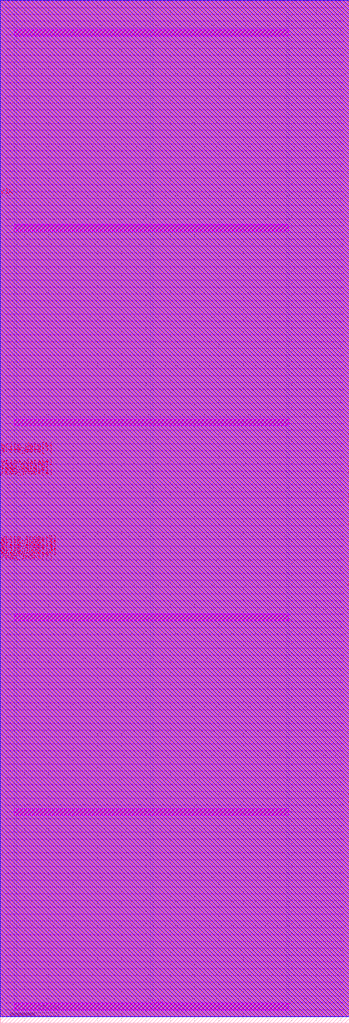
<source format=lef>
VERSION 5.8 ;
BUSBITCHARS "[]" ;
DIVIDERCHAR "/" ;
UNITS
    DATABASE MICRONS 2000 ;
END UNITS
MACRO SmallBuffer64
  FOREIGN SmallBuffer64 0 0 ;
  CLASS BLOCK ;
  SIZE 71.785 BY 210.085 ;
  PIN VSS
    USE GROUND ;
    DIRECTION INOUT ;
    PORT
      LAYER metal7 ;
        RECT  2.9 202.7 59.38 204.1 ;
        RECT  2.9 162.7 59.38 164.1 ;
        RECT  2.9 122.7 59.38 124.1 ;
        RECT  2.9 82.7 59.38 84.1 ;
        RECT  2.9 42.7 59.38 44.1 ;
        RECT  2.9 2.7 59.38 4.1 ;
      LAYER metal4 ;
        RECT  58.9 1.315 59.38 208.685 ;
        RECT  2.9 1.315 3.38 208.685 ;
      LAYER metal1 ;
        RECT  1.14 208.515 70.68 208.685 ;
        RECT  1.14 205.715 70.68 205.885 ;
        RECT  1.14 202.915 70.68 203.085 ;
        RECT  1.14 200.115 70.68 200.285 ;
        RECT  1.14 197.315 70.68 197.485 ;
        RECT  1.14 194.515 70.68 194.685 ;
        RECT  1.14 191.715 70.68 191.885 ;
        RECT  1.14 188.915 70.68 189.085 ;
        RECT  1.14 186.115 70.68 186.285 ;
        RECT  1.14 183.315 70.68 183.485 ;
        RECT  1.14 180.515 70.68 180.685 ;
        RECT  1.14 177.715 70.68 177.885 ;
        RECT  1.14 174.915 70.68 175.085 ;
        RECT  1.14 172.115 70.68 172.285 ;
        RECT  1.14 169.315 70.68 169.485 ;
        RECT  1.14 166.515 70.68 166.685 ;
        RECT  1.14 163.715 70.68 163.885 ;
        RECT  1.14 160.915 70.68 161.085 ;
        RECT  1.14 158.115 70.68 158.285 ;
        RECT  1.14 155.315 70.68 155.485 ;
        RECT  1.14 152.515 70.68 152.685 ;
        RECT  1.14 149.715 70.68 149.885 ;
        RECT  1.14 146.915 70.68 147.085 ;
        RECT  1.14 144.115 70.68 144.285 ;
        RECT  1.14 141.315 70.68 141.485 ;
        RECT  1.14 138.515 70.68 138.685 ;
        RECT  1.14 135.715 70.68 135.885 ;
        RECT  1.14 132.915 70.68 133.085 ;
        RECT  1.14 130.115 70.68 130.285 ;
        RECT  1.14 127.315 70.68 127.485 ;
        RECT  1.14 124.515 70.68 124.685 ;
        RECT  1.14 121.715 70.68 121.885 ;
        RECT  1.14 118.915 70.68 119.085 ;
        RECT  1.14 116.115 70.68 116.285 ;
        RECT  1.14 113.315 70.68 113.485 ;
        RECT  1.14 110.515 70.68 110.685 ;
        RECT  1.14 107.715 70.68 107.885 ;
        RECT  1.14 104.915 70.68 105.085 ;
        RECT  1.14 102.115 70.68 102.285 ;
        RECT  1.14 99.315 70.68 99.485 ;
        RECT  1.14 96.515 70.68 96.685 ;
        RECT  1.14 93.715 70.68 93.885 ;
        RECT  1.14 90.915 70.68 91.085 ;
        RECT  1.14 88.115 70.68 88.285 ;
        RECT  1.14 85.315 70.68 85.485 ;
        RECT  1.14 82.515 70.68 82.685 ;
        RECT  1.14 79.715 70.68 79.885 ;
        RECT  1.14 76.915 70.68 77.085 ;
        RECT  1.14 74.115 70.68 74.285 ;
        RECT  1.14 71.315 70.68 71.485 ;
        RECT  1.14 68.515 70.68 68.685 ;
        RECT  1.14 65.715 70.68 65.885 ;
        RECT  1.14 62.915 70.68 63.085 ;
        RECT  1.14 60.115 70.68 60.285 ;
        RECT  1.14 57.315 70.68 57.485 ;
        RECT  1.14 54.515 70.68 54.685 ;
        RECT  1.14 51.715 70.68 51.885 ;
        RECT  1.14 48.915 70.68 49.085 ;
        RECT  1.14 46.115 70.68 46.285 ;
        RECT  1.14 43.315 70.68 43.485 ;
        RECT  1.14 40.515 70.68 40.685 ;
        RECT  1.14 37.715 70.68 37.885 ;
        RECT  1.14 34.915 70.68 35.085 ;
        RECT  1.14 32.115 70.68 32.285 ;
        RECT  1.14 29.315 70.68 29.485 ;
        RECT  1.14 26.515 70.68 26.685 ;
        RECT  1.14 23.715 70.68 23.885 ;
        RECT  1.14 20.915 70.68 21.085 ;
        RECT  1.14 18.115 70.68 18.285 ;
        RECT  1.14 15.315 70.68 15.485 ;
        RECT  1.14 12.515 70.68 12.685 ;
        RECT  1.14 9.715 70.68 9.885 ;
        RECT  1.14 6.915 70.68 7.085 ;
        RECT  1.14 4.115 70.68 4.285 ;
        RECT  1.14 1.315 70.68 1.485 ;
      VIA 59.14 203.4 via6_7_960_2800_4_1_600_600 ;
      VIA 59.14 203.4 via5_6_960_2800_5_2_600_600 ;
      VIA 59.14 203.4 via4_5_960_2800_5_2_600_600 ;
      VIA 59.14 163.4 via6_7_960_2800_4_1_600_600 ;
      VIA 59.14 163.4 via5_6_960_2800_5_2_600_600 ;
      VIA 59.14 163.4 via4_5_960_2800_5_2_600_600 ;
      VIA 59.14 123.4 via6_7_960_2800_4_1_600_600 ;
      VIA 59.14 123.4 via5_6_960_2800_5_2_600_600 ;
      VIA 59.14 123.4 via4_5_960_2800_5_2_600_600 ;
      VIA 59.14 83.4 via6_7_960_2800_4_1_600_600 ;
      VIA 59.14 83.4 via5_6_960_2800_5_2_600_600 ;
      VIA 59.14 83.4 via4_5_960_2800_5_2_600_600 ;
      VIA 59.14 43.4 via6_7_960_2800_4_1_600_600 ;
      VIA 59.14 43.4 via5_6_960_2800_5_2_600_600 ;
      VIA 59.14 43.4 via4_5_960_2800_5_2_600_600 ;
      VIA 59.14 3.4 via6_7_960_2800_4_1_600_600 ;
      VIA 59.14 3.4 via5_6_960_2800_5_2_600_600 ;
      VIA 59.14 3.4 via4_5_960_2800_5_2_600_600 ;
      VIA 3.14 203.4 via6_7_960_2800_4_1_600_600 ;
      VIA 3.14 203.4 via5_6_960_2800_5_2_600_600 ;
      VIA 3.14 203.4 via4_5_960_2800_5_2_600_600 ;
      VIA 3.14 163.4 via6_7_960_2800_4_1_600_600 ;
      VIA 3.14 163.4 via5_6_960_2800_5_2_600_600 ;
      VIA 3.14 163.4 via4_5_960_2800_5_2_600_600 ;
      VIA 3.14 123.4 via6_7_960_2800_4_1_600_600 ;
      VIA 3.14 123.4 via5_6_960_2800_5_2_600_600 ;
      VIA 3.14 123.4 via4_5_960_2800_5_2_600_600 ;
      VIA 3.14 83.4 via6_7_960_2800_4_1_600_600 ;
      VIA 3.14 83.4 via5_6_960_2800_5_2_600_600 ;
      VIA 3.14 83.4 via4_5_960_2800_5_2_600_600 ;
      VIA 3.14 43.4 via6_7_960_2800_4_1_600_600 ;
      VIA 3.14 43.4 via5_6_960_2800_5_2_600_600 ;
      VIA 3.14 43.4 via4_5_960_2800_5_2_600_600 ;
      VIA 3.14 3.4 via6_7_960_2800_4_1_600_600 ;
      VIA 3.14 3.4 via5_6_960_2800_5_2_600_600 ;
      VIA 3.14 3.4 via4_5_960_2800_5_2_600_600 ;
      VIA 59.14 208.6 via3_4_960_340_1_3_320_320 ;
      VIA 59.14 208.6 via2_3_960_340_1_3_320_320 ;
      VIA 59.14 208.6 via1_2_960_340_1_3_300_300 ;
      VIA 59.14 205.8 via3_4_960_340_1_3_320_320 ;
      VIA 59.14 205.8 via2_3_960_340_1_3_320_320 ;
      VIA 59.14 205.8 via1_2_960_340_1_3_300_300 ;
      VIA 59.14 203 via3_4_960_340_1_3_320_320 ;
      VIA 59.14 203 via2_3_960_340_1_3_320_320 ;
      VIA 59.14 203 via1_2_960_340_1_3_300_300 ;
      VIA 59.14 200.2 via3_4_960_340_1_3_320_320 ;
      VIA 59.14 200.2 via2_3_960_340_1_3_320_320 ;
      VIA 59.14 200.2 via1_2_960_340_1_3_300_300 ;
      VIA 59.14 197.4 via3_4_960_340_1_3_320_320 ;
      VIA 59.14 197.4 via2_3_960_340_1_3_320_320 ;
      VIA 59.14 197.4 via1_2_960_340_1_3_300_300 ;
      VIA 59.14 194.6 via3_4_960_340_1_3_320_320 ;
      VIA 59.14 194.6 via2_3_960_340_1_3_320_320 ;
      VIA 59.14 194.6 via1_2_960_340_1_3_300_300 ;
      VIA 59.14 191.8 via3_4_960_340_1_3_320_320 ;
      VIA 59.14 191.8 via2_3_960_340_1_3_320_320 ;
      VIA 59.14 191.8 via1_2_960_340_1_3_300_300 ;
      VIA 59.14 189 via3_4_960_340_1_3_320_320 ;
      VIA 59.14 189 via2_3_960_340_1_3_320_320 ;
      VIA 59.14 189 via1_2_960_340_1_3_300_300 ;
      VIA 59.14 186.2 via3_4_960_340_1_3_320_320 ;
      VIA 59.14 186.2 via2_3_960_340_1_3_320_320 ;
      VIA 59.14 186.2 via1_2_960_340_1_3_300_300 ;
      VIA 59.14 183.4 via3_4_960_340_1_3_320_320 ;
      VIA 59.14 183.4 via2_3_960_340_1_3_320_320 ;
      VIA 59.14 183.4 via1_2_960_340_1_3_300_300 ;
      VIA 59.14 180.6 via3_4_960_340_1_3_320_320 ;
      VIA 59.14 180.6 via2_3_960_340_1_3_320_320 ;
      VIA 59.14 180.6 via1_2_960_340_1_3_300_300 ;
      VIA 59.14 177.8 via3_4_960_340_1_3_320_320 ;
      VIA 59.14 177.8 via2_3_960_340_1_3_320_320 ;
      VIA 59.14 177.8 via1_2_960_340_1_3_300_300 ;
      VIA 59.14 175 via3_4_960_340_1_3_320_320 ;
      VIA 59.14 175 via2_3_960_340_1_3_320_320 ;
      VIA 59.14 175 via1_2_960_340_1_3_300_300 ;
      VIA 59.14 172.2 via3_4_960_340_1_3_320_320 ;
      VIA 59.14 172.2 via2_3_960_340_1_3_320_320 ;
      VIA 59.14 172.2 via1_2_960_340_1_3_300_300 ;
      VIA 59.14 169.4 via3_4_960_340_1_3_320_320 ;
      VIA 59.14 169.4 via2_3_960_340_1_3_320_320 ;
      VIA 59.14 169.4 via1_2_960_340_1_3_300_300 ;
      VIA 59.14 166.6 via3_4_960_340_1_3_320_320 ;
      VIA 59.14 166.6 via2_3_960_340_1_3_320_320 ;
      VIA 59.14 166.6 via1_2_960_340_1_3_300_300 ;
      VIA 59.14 163.8 via3_4_960_340_1_3_320_320 ;
      VIA 59.14 163.8 via2_3_960_340_1_3_320_320 ;
      VIA 59.14 163.8 via1_2_960_340_1_3_300_300 ;
      VIA 59.14 161 via3_4_960_340_1_3_320_320 ;
      VIA 59.14 161 via2_3_960_340_1_3_320_320 ;
      VIA 59.14 161 via1_2_960_340_1_3_300_300 ;
      VIA 59.14 158.2 via3_4_960_340_1_3_320_320 ;
      VIA 59.14 158.2 via2_3_960_340_1_3_320_320 ;
      VIA 59.14 158.2 via1_2_960_340_1_3_300_300 ;
      VIA 59.14 155.4 via3_4_960_340_1_3_320_320 ;
      VIA 59.14 155.4 via2_3_960_340_1_3_320_320 ;
      VIA 59.14 155.4 via1_2_960_340_1_3_300_300 ;
      VIA 59.14 152.6 via3_4_960_340_1_3_320_320 ;
      VIA 59.14 152.6 via2_3_960_340_1_3_320_320 ;
      VIA 59.14 152.6 via1_2_960_340_1_3_300_300 ;
      VIA 59.14 149.8 via3_4_960_340_1_3_320_320 ;
      VIA 59.14 149.8 via2_3_960_340_1_3_320_320 ;
      VIA 59.14 149.8 via1_2_960_340_1_3_300_300 ;
      VIA 59.14 147 via3_4_960_340_1_3_320_320 ;
      VIA 59.14 147 via2_3_960_340_1_3_320_320 ;
      VIA 59.14 147 via1_2_960_340_1_3_300_300 ;
      VIA 59.14 144.2 via3_4_960_340_1_3_320_320 ;
      VIA 59.14 144.2 via2_3_960_340_1_3_320_320 ;
      VIA 59.14 144.2 via1_2_960_340_1_3_300_300 ;
      VIA 59.14 141.4 via3_4_960_340_1_3_320_320 ;
      VIA 59.14 141.4 via2_3_960_340_1_3_320_320 ;
      VIA 59.14 141.4 via1_2_960_340_1_3_300_300 ;
      VIA 59.14 138.6 via3_4_960_340_1_3_320_320 ;
      VIA 59.14 138.6 via2_3_960_340_1_3_320_320 ;
      VIA 59.14 138.6 via1_2_960_340_1_3_300_300 ;
      VIA 59.14 135.8 via3_4_960_340_1_3_320_320 ;
      VIA 59.14 135.8 via2_3_960_340_1_3_320_320 ;
      VIA 59.14 135.8 via1_2_960_340_1_3_300_300 ;
      VIA 59.14 133 via3_4_960_340_1_3_320_320 ;
      VIA 59.14 133 via2_3_960_340_1_3_320_320 ;
      VIA 59.14 133 via1_2_960_340_1_3_300_300 ;
      VIA 59.14 130.2 via3_4_960_340_1_3_320_320 ;
      VIA 59.14 130.2 via2_3_960_340_1_3_320_320 ;
      VIA 59.14 130.2 via1_2_960_340_1_3_300_300 ;
      VIA 59.14 127.4 via3_4_960_340_1_3_320_320 ;
      VIA 59.14 127.4 via2_3_960_340_1_3_320_320 ;
      VIA 59.14 127.4 via1_2_960_340_1_3_300_300 ;
      VIA 59.14 124.6 via3_4_960_340_1_3_320_320 ;
      VIA 59.14 124.6 via2_3_960_340_1_3_320_320 ;
      VIA 59.14 124.6 via1_2_960_340_1_3_300_300 ;
      VIA 59.14 121.8 via3_4_960_340_1_3_320_320 ;
      VIA 59.14 121.8 via2_3_960_340_1_3_320_320 ;
      VIA 59.14 121.8 via1_2_960_340_1_3_300_300 ;
      VIA 59.14 119 via3_4_960_340_1_3_320_320 ;
      VIA 59.14 119 via2_3_960_340_1_3_320_320 ;
      VIA 59.14 119 via1_2_960_340_1_3_300_300 ;
      VIA 59.14 116.2 via3_4_960_340_1_3_320_320 ;
      VIA 59.14 116.2 via2_3_960_340_1_3_320_320 ;
      VIA 59.14 116.2 via1_2_960_340_1_3_300_300 ;
      VIA 59.14 113.4 via3_4_960_340_1_3_320_320 ;
      VIA 59.14 113.4 via2_3_960_340_1_3_320_320 ;
      VIA 59.14 113.4 via1_2_960_340_1_3_300_300 ;
      VIA 59.14 110.6 via3_4_960_340_1_3_320_320 ;
      VIA 59.14 110.6 via2_3_960_340_1_3_320_320 ;
      VIA 59.14 110.6 via1_2_960_340_1_3_300_300 ;
      VIA 59.14 107.8 via3_4_960_340_1_3_320_320 ;
      VIA 59.14 107.8 via2_3_960_340_1_3_320_320 ;
      VIA 59.14 107.8 via1_2_960_340_1_3_300_300 ;
      VIA 59.14 105 via3_4_960_340_1_3_320_320 ;
      VIA 59.14 105 via2_3_960_340_1_3_320_320 ;
      VIA 59.14 105 via1_2_960_340_1_3_300_300 ;
      VIA 59.14 102.2 via3_4_960_340_1_3_320_320 ;
      VIA 59.14 102.2 via2_3_960_340_1_3_320_320 ;
      VIA 59.14 102.2 via1_2_960_340_1_3_300_300 ;
      VIA 59.14 99.4 via3_4_960_340_1_3_320_320 ;
      VIA 59.14 99.4 via2_3_960_340_1_3_320_320 ;
      VIA 59.14 99.4 via1_2_960_340_1_3_300_300 ;
      VIA 59.14 96.6 via3_4_960_340_1_3_320_320 ;
      VIA 59.14 96.6 via2_3_960_340_1_3_320_320 ;
      VIA 59.14 96.6 via1_2_960_340_1_3_300_300 ;
      VIA 59.14 93.8 via3_4_960_340_1_3_320_320 ;
      VIA 59.14 93.8 via2_3_960_340_1_3_320_320 ;
      VIA 59.14 93.8 via1_2_960_340_1_3_300_300 ;
      VIA 59.14 91 via3_4_960_340_1_3_320_320 ;
      VIA 59.14 91 via2_3_960_340_1_3_320_320 ;
      VIA 59.14 91 via1_2_960_340_1_3_300_300 ;
      VIA 59.14 88.2 via3_4_960_340_1_3_320_320 ;
      VIA 59.14 88.2 via2_3_960_340_1_3_320_320 ;
      VIA 59.14 88.2 via1_2_960_340_1_3_300_300 ;
      VIA 59.14 85.4 via3_4_960_340_1_3_320_320 ;
      VIA 59.14 85.4 via2_3_960_340_1_3_320_320 ;
      VIA 59.14 85.4 via1_2_960_340_1_3_300_300 ;
      VIA 59.14 82.6 via3_4_960_340_1_3_320_320 ;
      VIA 59.14 82.6 via2_3_960_340_1_3_320_320 ;
      VIA 59.14 82.6 via1_2_960_340_1_3_300_300 ;
      VIA 59.14 79.8 via3_4_960_340_1_3_320_320 ;
      VIA 59.14 79.8 via2_3_960_340_1_3_320_320 ;
      VIA 59.14 79.8 via1_2_960_340_1_3_300_300 ;
      VIA 59.14 77 via3_4_960_340_1_3_320_320 ;
      VIA 59.14 77 via2_3_960_340_1_3_320_320 ;
      VIA 59.14 77 via1_2_960_340_1_3_300_300 ;
      VIA 59.14 74.2 via3_4_960_340_1_3_320_320 ;
      VIA 59.14 74.2 via2_3_960_340_1_3_320_320 ;
      VIA 59.14 74.2 via1_2_960_340_1_3_300_300 ;
      VIA 59.14 71.4 via3_4_960_340_1_3_320_320 ;
      VIA 59.14 71.4 via2_3_960_340_1_3_320_320 ;
      VIA 59.14 71.4 via1_2_960_340_1_3_300_300 ;
      VIA 59.14 68.6 via3_4_960_340_1_3_320_320 ;
      VIA 59.14 68.6 via2_3_960_340_1_3_320_320 ;
      VIA 59.14 68.6 via1_2_960_340_1_3_300_300 ;
      VIA 59.14 65.8 via3_4_960_340_1_3_320_320 ;
      VIA 59.14 65.8 via2_3_960_340_1_3_320_320 ;
      VIA 59.14 65.8 via1_2_960_340_1_3_300_300 ;
      VIA 59.14 63 via3_4_960_340_1_3_320_320 ;
      VIA 59.14 63 via2_3_960_340_1_3_320_320 ;
      VIA 59.14 63 via1_2_960_340_1_3_300_300 ;
      VIA 59.14 60.2 via3_4_960_340_1_3_320_320 ;
      VIA 59.14 60.2 via2_3_960_340_1_3_320_320 ;
      VIA 59.14 60.2 via1_2_960_340_1_3_300_300 ;
      VIA 59.14 57.4 via3_4_960_340_1_3_320_320 ;
      VIA 59.14 57.4 via2_3_960_340_1_3_320_320 ;
      VIA 59.14 57.4 via1_2_960_340_1_3_300_300 ;
      VIA 59.14 54.6 via3_4_960_340_1_3_320_320 ;
      VIA 59.14 54.6 via2_3_960_340_1_3_320_320 ;
      VIA 59.14 54.6 via1_2_960_340_1_3_300_300 ;
      VIA 59.14 51.8 via3_4_960_340_1_3_320_320 ;
      VIA 59.14 51.8 via2_3_960_340_1_3_320_320 ;
      VIA 59.14 51.8 via1_2_960_340_1_3_300_300 ;
      VIA 59.14 49 via3_4_960_340_1_3_320_320 ;
      VIA 59.14 49 via2_3_960_340_1_3_320_320 ;
      VIA 59.14 49 via1_2_960_340_1_3_300_300 ;
      VIA 59.14 46.2 via3_4_960_340_1_3_320_320 ;
      VIA 59.14 46.2 via2_3_960_340_1_3_320_320 ;
      VIA 59.14 46.2 via1_2_960_340_1_3_300_300 ;
      VIA 59.14 43.4 via3_4_960_340_1_3_320_320 ;
      VIA 59.14 43.4 via2_3_960_340_1_3_320_320 ;
      VIA 59.14 43.4 via1_2_960_340_1_3_300_300 ;
      VIA 59.14 40.6 via3_4_960_340_1_3_320_320 ;
      VIA 59.14 40.6 via2_3_960_340_1_3_320_320 ;
      VIA 59.14 40.6 via1_2_960_340_1_3_300_300 ;
      VIA 59.14 37.8 via3_4_960_340_1_3_320_320 ;
      VIA 59.14 37.8 via2_3_960_340_1_3_320_320 ;
      VIA 59.14 37.8 via1_2_960_340_1_3_300_300 ;
      VIA 59.14 35 via3_4_960_340_1_3_320_320 ;
      VIA 59.14 35 via2_3_960_340_1_3_320_320 ;
      VIA 59.14 35 via1_2_960_340_1_3_300_300 ;
      VIA 59.14 32.2 via3_4_960_340_1_3_320_320 ;
      VIA 59.14 32.2 via2_3_960_340_1_3_320_320 ;
      VIA 59.14 32.2 via1_2_960_340_1_3_300_300 ;
      VIA 59.14 29.4 via3_4_960_340_1_3_320_320 ;
      VIA 59.14 29.4 via2_3_960_340_1_3_320_320 ;
      VIA 59.14 29.4 via1_2_960_340_1_3_300_300 ;
      VIA 59.14 26.6 via3_4_960_340_1_3_320_320 ;
      VIA 59.14 26.6 via2_3_960_340_1_3_320_320 ;
      VIA 59.14 26.6 via1_2_960_340_1_3_300_300 ;
      VIA 59.14 23.8 via3_4_960_340_1_3_320_320 ;
      VIA 59.14 23.8 via2_3_960_340_1_3_320_320 ;
      VIA 59.14 23.8 via1_2_960_340_1_3_300_300 ;
      VIA 59.14 21 via3_4_960_340_1_3_320_320 ;
      VIA 59.14 21 via2_3_960_340_1_3_320_320 ;
      VIA 59.14 21 via1_2_960_340_1_3_300_300 ;
      VIA 59.14 18.2 via3_4_960_340_1_3_320_320 ;
      VIA 59.14 18.2 via2_3_960_340_1_3_320_320 ;
      VIA 59.14 18.2 via1_2_960_340_1_3_300_300 ;
      VIA 59.14 15.4 via3_4_960_340_1_3_320_320 ;
      VIA 59.14 15.4 via2_3_960_340_1_3_320_320 ;
      VIA 59.14 15.4 via1_2_960_340_1_3_300_300 ;
      VIA 59.14 12.6 via3_4_960_340_1_3_320_320 ;
      VIA 59.14 12.6 via2_3_960_340_1_3_320_320 ;
      VIA 59.14 12.6 via1_2_960_340_1_3_300_300 ;
      VIA 59.14 9.8 via3_4_960_340_1_3_320_320 ;
      VIA 59.14 9.8 via2_3_960_340_1_3_320_320 ;
      VIA 59.14 9.8 via1_2_960_340_1_3_300_300 ;
      VIA 59.14 7 via3_4_960_340_1_3_320_320 ;
      VIA 59.14 7 via2_3_960_340_1_3_320_320 ;
      VIA 59.14 7 via1_2_960_340_1_3_300_300 ;
      VIA 59.14 4.2 via3_4_960_340_1_3_320_320 ;
      VIA 59.14 4.2 via2_3_960_340_1_3_320_320 ;
      VIA 59.14 4.2 via1_2_960_340_1_3_300_300 ;
      VIA 59.14 1.4 via3_4_960_340_1_3_320_320 ;
      VIA 59.14 1.4 via2_3_960_340_1_3_320_320 ;
      VIA 59.14 1.4 via1_2_960_340_1_3_300_300 ;
      VIA 3.14 208.6 via3_4_960_340_1_3_320_320 ;
      VIA 3.14 208.6 via2_3_960_340_1_3_320_320 ;
      VIA 3.14 208.6 via1_2_960_340_1_3_300_300 ;
      VIA 3.14 205.8 via3_4_960_340_1_3_320_320 ;
      VIA 3.14 205.8 via2_3_960_340_1_3_320_320 ;
      VIA 3.14 205.8 via1_2_960_340_1_3_300_300 ;
      VIA 3.14 203 via3_4_960_340_1_3_320_320 ;
      VIA 3.14 203 via2_3_960_340_1_3_320_320 ;
      VIA 3.14 203 via1_2_960_340_1_3_300_300 ;
      VIA 3.14 200.2 via3_4_960_340_1_3_320_320 ;
      VIA 3.14 200.2 via2_3_960_340_1_3_320_320 ;
      VIA 3.14 200.2 via1_2_960_340_1_3_300_300 ;
      VIA 3.14 197.4 via3_4_960_340_1_3_320_320 ;
      VIA 3.14 197.4 via2_3_960_340_1_3_320_320 ;
      VIA 3.14 197.4 via1_2_960_340_1_3_300_300 ;
      VIA 3.14 194.6 via3_4_960_340_1_3_320_320 ;
      VIA 3.14 194.6 via2_3_960_340_1_3_320_320 ;
      VIA 3.14 194.6 via1_2_960_340_1_3_300_300 ;
      VIA 3.14 191.8 via3_4_960_340_1_3_320_320 ;
      VIA 3.14 191.8 via2_3_960_340_1_3_320_320 ;
      VIA 3.14 191.8 via1_2_960_340_1_3_300_300 ;
      VIA 3.14 189 via3_4_960_340_1_3_320_320 ;
      VIA 3.14 189 via2_3_960_340_1_3_320_320 ;
      VIA 3.14 189 via1_2_960_340_1_3_300_300 ;
      VIA 3.14 186.2 via3_4_960_340_1_3_320_320 ;
      VIA 3.14 186.2 via2_3_960_340_1_3_320_320 ;
      VIA 3.14 186.2 via1_2_960_340_1_3_300_300 ;
      VIA 3.14 183.4 via3_4_960_340_1_3_320_320 ;
      VIA 3.14 183.4 via2_3_960_340_1_3_320_320 ;
      VIA 3.14 183.4 via1_2_960_340_1_3_300_300 ;
      VIA 3.14 180.6 via3_4_960_340_1_3_320_320 ;
      VIA 3.14 180.6 via2_3_960_340_1_3_320_320 ;
      VIA 3.14 180.6 via1_2_960_340_1_3_300_300 ;
      VIA 3.14 177.8 via3_4_960_340_1_3_320_320 ;
      VIA 3.14 177.8 via2_3_960_340_1_3_320_320 ;
      VIA 3.14 177.8 via1_2_960_340_1_3_300_300 ;
      VIA 3.14 175 via3_4_960_340_1_3_320_320 ;
      VIA 3.14 175 via2_3_960_340_1_3_320_320 ;
      VIA 3.14 175 via1_2_960_340_1_3_300_300 ;
      VIA 3.14 172.2 via3_4_960_340_1_3_320_320 ;
      VIA 3.14 172.2 via2_3_960_340_1_3_320_320 ;
      VIA 3.14 172.2 via1_2_960_340_1_3_300_300 ;
      VIA 3.14 169.4 via3_4_960_340_1_3_320_320 ;
      VIA 3.14 169.4 via2_3_960_340_1_3_320_320 ;
      VIA 3.14 169.4 via1_2_960_340_1_3_300_300 ;
      VIA 3.14 166.6 via3_4_960_340_1_3_320_320 ;
      VIA 3.14 166.6 via2_3_960_340_1_3_320_320 ;
      VIA 3.14 166.6 via1_2_960_340_1_3_300_300 ;
      VIA 3.14 163.8 via3_4_960_340_1_3_320_320 ;
      VIA 3.14 163.8 via2_3_960_340_1_3_320_320 ;
      VIA 3.14 163.8 via1_2_960_340_1_3_300_300 ;
      VIA 3.14 161 via3_4_960_340_1_3_320_320 ;
      VIA 3.14 161 via2_3_960_340_1_3_320_320 ;
      VIA 3.14 161 via1_2_960_340_1_3_300_300 ;
      VIA 3.14 158.2 via3_4_960_340_1_3_320_320 ;
      VIA 3.14 158.2 via2_3_960_340_1_3_320_320 ;
      VIA 3.14 158.2 via1_2_960_340_1_3_300_300 ;
      VIA 3.14 155.4 via3_4_960_340_1_3_320_320 ;
      VIA 3.14 155.4 via2_3_960_340_1_3_320_320 ;
      VIA 3.14 155.4 via1_2_960_340_1_3_300_300 ;
      VIA 3.14 152.6 via3_4_960_340_1_3_320_320 ;
      VIA 3.14 152.6 via2_3_960_340_1_3_320_320 ;
      VIA 3.14 152.6 via1_2_960_340_1_3_300_300 ;
      VIA 3.14 149.8 via3_4_960_340_1_3_320_320 ;
      VIA 3.14 149.8 via2_3_960_340_1_3_320_320 ;
      VIA 3.14 149.8 via1_2_960_340_1_3_300_300 ;
      VIA 3.14 147 via3_4_960_340_1_3_320_320 ;
      VIA 3.14 147 via2_3_960_340_1_3_320_320 ;
      VIA 3.14 147 via1_2_960_340_1_3_300_300 ;
      VIA 3.14 144.2 via3_4_960_340_1_3_320_320 ;
      VIA 3.14 144.2 via2_3_960_340_1_3_320_320 ;
      VIA 3.14 144.2 via1_2_960_340_1_3_300_300 ;
      VIA 3.14 141.4 via3_4_960_340_1_3_320_320 ;
      VIA 3.14 141.4 via2_3_960_340_1_3_320_320 ;
      VIA 3.14 141.4 via1_2_960_340_1_3_300_300 ;
      VIA 3.14 138.6 via3_4_960_340_1_3_320_320 ;
      VIA 3.14 138.6 via2_3_960_340_1_3_320_320 ;
      VIA 3.14 138.6 via1_2_960_340_1_3_300_300 ;
      VIA 3.14 135.8 via3_4_960_340_1_3_320_320 ;
      VIA 3.14 135.8 via2_3_960_340_1_3_320_320 ;
      VIA 3.14 135.8 via1_2_960_340_1_3_300_300 ;
      VIA 3.14 133 via3_4_960_340_1_3_320_320 ;
      VIA 3.14 133 via2_3_960_340_1_3_320_320 ;
      VIA 3.14 133 via1_2_960_340_1_3_300_300 ;
      VIA 3.14 130.2 via3_4_960_340_1_3_320_320 ;
      VIA 3.14 130.2 via2_3_960_340_1_3_320_320 ;
      VIA 3.14 130.2 via1_2_960_340_1_3_300_300 ;
      VIA 3.14 127.4 via3_4_960_340_1_3_320_320 ;
      VIA 3.14 127.4 via2_3_960_340_1_3_320_320 ;
      VIA 3.14 127.4 via1_2_960_340_1_3_300_300 ;
      VIA 3.14 124.6 via3_4_960_340_1_3_320_320 ;
      VIA 3.14 124.6 via2_3_960_340_1_3_320_320 ;
      VIA 3.14 124.6 via1_2_960_340_1_3_300_300 ;
      VIA 3.14 121.8 via3_4_960_340_1_3_320_320 ;
      VIA 3.14 121.8 via2_3_960_340_1_3_320_320 ;
      VIA 3.14 121.8 via1_2_960_340_1_3_300_300 ;
      VIA 3.14 119 via3_4_960_340_1_3_320_320 ;
      VIA 3.14 119 via2_3_960_340_1_3_320_320 ;
      VIA 3.14 119 via1_2_960_340_1_3_300_300 ;
      VIA 3.14 116.2 via3_4_960_340_1_3_320_320 ;
      VIA 3.14 116.2 via2_3_960_340_1_3_320_320 ;
      VIA 3.14 116.2 via1_2_960_340_1_3_300_300 ;
      VIA 3.14 113.4 via3_4_960_340_1_3_320_320 ;
      VIA 3.14 113.4 via2_3_960_340_1_3_320_320 ;
      VIA 3.14 113.4 via1_2_960_340_1_3_300_300 ;
      VIA 3.14 110.6 via3_4_960_340_1_3_320_320 ;
      VIA 3.14 110.6 via2_3_960_340_1_3_320_320 ;
      VIA 3.14 110.6 via1_2_960_340_1_3_300_300 ;
      VIA 3.14 107.8 via3_4_960_340_1_3_320_320 ;
      VIA 3.14 107.8 via2_3_960_340_1_3_320_320 ;
      VIA 3.14 107.8 via1_2_960_340_1_3_300_300 ;
      VIA 3.14 105 via3_4_960_340_1_3_320_320 ;
      VIA 3.14 105 via2_3_960_340_1_3_320_320 ;
      VIA 3.14 105 via1_2_960_340_1_3_300_300 ;
      VIA 3.14 102.2 via3_4_960_340_1_3_320_320 ;
      VIA 3.14 102.2 via2_3_960_340_1_3_320_320 ;
      VIA 3.14 102.2 via1_2_960_340_1_3_300_300 ;
      VIA 3.14 99.4 via3_4_960_340_1_3_320_320 ;
      VIA 3.14 99.4 via2_3_960_340_1_3_320_320 ;
      VIA 3.14 99.4 via1_2_960_340_1_3_300_300 ;
      VIA 3.14 96.6 via3_4_960_340_1_3_320_320 ;
      VIA 3.14 96.6 via2_3_960_340_1_3_320_320 ;
      VIA 3.14 96.6 via1_2_960_340_1_3_300_300 ;
      VIA 3.14 93.8 via3_4_960_340_1_3_320_320 ;
      VIA 3.14 93.8 via2_3_960_340_1_3_320_320 ;
      VIA 3.14 93.8 via1_2_960_340_1_3_300_300 ;
      VIA 3.14 91 via3_4_960_340_1_3_320_320 ;
      VIA 3.14 91 via2_3_960_340_1_3_320_320 ;
      VIA 3.14 91 via1_2_960_340_1_3_300_300 ;
      VIA 3.14 88.2 via3_4_960_340_1_3_320_320 ;
      VIA 3.14 88.2 via2_3_960_340_1_3_320_320 ;
      VIA 3.14 88.2 via1_2_960_340_1_3_300_300 ;
      VIA 3.14 85.4 via3_4_960_340_1_3_320_320 ;
      VIA 3.14 85.4 via2_3_960_340_1_3_320_320 ;
      VIA 3.14 85.4 via1_2_960_340_1_3_300_300 ;
      VIA 3.14 82.6 via3_4_960_340_1_3_320_320 ;
      VIA 3.14 82.6 via2_3_960_340_1_3_320_320 ;
      VIA 3.14 82.6 via1_2_960_340_1_3_300_300 ;
      VIA 3.14 79.8 via3_4_960_340_1_3_320_320 ;
      VIA 3.14 79.8 via2_3_960_340_1_3_320_320 ;
      VIA 3.14 79.8 via1_2_960_340_1_3_300_300 ;
      VIA 3.14 77 via3_4_960_340_1_3_320_320 ;
      VIA 3.14 77 via2_3_960_340_1_3_320_320 ;
      VIA 3.14 77 via1_2_960_340_1_3_300_300 ;
      VIA 3.14 74.2 via3_4_960_340_1_3_320_320 ;
      VIA 3.14 74.2 via2_3_960_340_1_3_320_320 ;
      VIA 3.14 74.2 via1_2_960_340_1_3_300_300 ;
      VIA 3.14 71.4 via3_4_960_340_1_3_320_320 ;
      VIA 3.14 71.4 via2_3_960_340_1_3_320_320 ;
      VIA 3.14 71.4 via1_2_960_340_1_3_300_300 ;
      VIA 3.14 68.6 via3_4_960_340_1_3_320_320 ;
      VIA 3.14 68.6 via2_3_960_340_1_3_320_320 ;
      VIA 3.14 68.6 via1_2_960_340_1_3_300_300 ;
      VIA 3.14 65.8 via3_4_960_340_1_3_320_320 ;
      VIA 3.14 65.8 via2_3_960_340_1_3_320_320 ;
      VIA 3.14 65.8 via1_2_960_340_1_3_300_300 ;
      VIA 3.14 63 via3_4_960_340_1_3_320_320 ;
      VIA 3.14 63 via2_3_960_340_1_3_320_320 ;
      VIA 3.14 63 via1_2_960_340_1_3_300_300 ;
      VIA 3.14 60.2 via3_4_960_340_1_3_320_320 ;
      VIA 3.14 60.2 via2_3_960_340_1_3_320_320 ;
      VIA 3.14 60.2 via1_2_960_340_1_3_300_300 ;
      VIA 3.14 57.4 via3_4_960_340_1_3_320_320 ;
      VIA 3.14 57.4 via2_3_960_340_1_3_320_320 ;
      VIA 3.14 57.4 via1_2_960_340_1_3_300_300 ;
      VIA 3.14 54.6 via3_4_960_340_1_3_320_320 ;
      VIA 3.14 54.6 via2_3_960_340_1_3_320_320 ;
      VIA 3.14 54.6 via1_2_960_340_1_3_300_300 ;
      VIA 3.14 51.8 via3_4_960_340_1_3_320_320 ;
      VIA 3.14 51.8 via2_3_960_340_1_3_320_320 ;
      VIA 3.14 51.8 via1_2_960_340_1_3_300_300 ;
      VIA 3.14 49 via3_4_960_340_1_3_320_320 ;
      VIA 3.14 49 via2_3_960_340_1_3_320_320 ;
      VIA 3.14 49 via1_2_960_340_1_3_300_300 ;
      VIA 3.14 46.2 via3_4_960_340_1_3_320_320 ;
      VIA 3.14 46.2 via2_3_960_340_1_3_320_320 ;
      VIA 3.14 46.2 via1_2_960_340_1_3_300_300 ;
      VIA 3.14 43.4 via3_4_960_340_1_3_320_320 ;
      VIA 3.14 43.4 via2_3_960_340_1_3_320_320 ;
      VIA 3.14 43.4 via1_2_960_340_1_3_300_300 ;
      VIA 3.14 40.6 via3_4_960_340_1_3_320_320 ;
      VIA 3.14 40.6 via2_3_960_340_1_3_320_320 ;
      VIA 3.14 40.6 via1_2_960_340_1_3_300_300 ;
      VIA 3.14 37.8 via3_4_960_340_1_3_320_320 ;
      VIA 3.14 37.8 via2_3_960_340_1_3_320_320 ;
      VIA 3.14 37.8 via1_2_960_340_1_3_300_300 ;
      VIA 3.14 35 via3_4_960_340_1_3_320_320 ;
      VIA 3.14 35 via2_3_960_340_1_3_320_320 ;
      VIA 3.14 35 via1_2_960_340_1_3_300_300 ;
      VIA 3.14 32.2 via3_4_960_340_1_3_320_320 ;
      VIA 3.14 32.2 via2_3_960_340_1_3_320_320 ;
      VIA 3.14 32.2 via1_2_960_340_1_3_300_300 ;
      VIA 3.14 29.4 via3_4_960_340_1_3_320_320 ;
      VIA 3.14 29.4 via2_3_960_340_1_3_320_320 ;
      VIA 3.14 29.4 via1_2_960_340_1_3_300_300 ;
      VIA 3.14 26.6 via3_4_960_340_1_3_320_320 ;
      VIA 3.14 26.6 via2_3_960_340_1_3_320_320 ;
      VIA 3.14 26.6 via1_2_960_340_1_3_300_300 ;
      VIA 3.14 23.8 via3_4_960_340_1_3_320_320 ;
      VIA 3.14 23.8 via2_3_960_340_1_3_320_320 ;
      VIA 3.14 23.8 via1_2_960_340_1_3_300_300 ;
      VIA 3.14 21 via3_4_960_340_1_3_320_320 ;
      VIA 3.14 21 via2_3_960_340_1_3_320_320 ;
      VIA 3.14 21 via1_2_960_340_1_3_300_300 ;
      VIA 3.14 18.2 via3_4_960_340_1_3_320_320 ;
      VIA 3.14 18.2 via2_3_960_340_1_3_320_320 ;
      VIA 3.14 18.2 via1_2_960_340_1_3_300_300 ;
      VIA 3.14 15.4 via3_4_960_340_1_3_320_320 ;
      VIA 3.14 15.4 via2_3_960_340_1_3_320_320 ;
      VIA 3.14 15.4 via1_2_960_340_1_3_300_300 ;
      VIA 3.14 12.6 via3_4_960_340_1_3_320_320 ;
      VIA 3.14 12.6 via2_3_960_340_1_3_320_320 ;
      VIA 3.14 12.6 via1_2_960_340_1_3_300_300 ;
      VIA 3.14 9.8 via3_4_960_340_1_3_320_320 ;
      VIA 3.14 9.8 via2_3_960_340_1_3_320_320 ;
      VIA 3.14 9.8 via1_2_960_340_1_3_300_300 ;
      VIA 3.14 7 via3_4_960_340_1_3_320_320 ;
      VIA 3.14 7 via2_3_960_340_1_3_320_320 ;
      VIA 3.14 7 via1_2_960_340_1_3_300_300 ;
      VIA 3.14 4.2 via3_4_960_340_1_3_320_320 ;
      VIA 3.14 4.2 via2_3_960_340_1_3_320_320 ;
      VIA 3.14 4.2 via1_2_960_340_1_3_300_300 ;
      VIA 3.14 1.4 via3_4_960_340_1_3_320_320 ;
      VIA 3.14 1.4 via2_3_960_340_1_3_320_320 ;
      VIA 3.14 1.4 via1_2_960_340_1_3_300_300 ;
    END
  END VSS
  PIN VDD
    USE POWER ;
    DIRECTION INOUT ;
    PORT
      LAYER metal4 ;
        RECT  30.9 2.715 31.38 210.085 ;
      LAYER metal1 ;
        RECT  1.14 209.915 70.68 210.085 ;
        RECT  1.14 207.115 70.68 207.285 ;
        RECT  1.14 204.315 70.68 204.485 ;
        RECT  1.14 201.515 70.68 201.685 ;
        RECT  1.14 198.715 70.68 198.885 ;
        RECT  1.14 195.915 70.68 196.085 ;
        RECT  1.14 193.115 70.68 193.285 ;
        RECT  1.14 190.315 70.68 190.485 ;
        RECT  1.14 187.515 70.68 187.685 ;
        RECT  1.14 184.715 70.68 184.885 ;
        RECT  1.14 181.915 70.68 182.085 ;
        RECT  1.14 179.115 70.68 179.285 ;
        RECT  1.14 176.315 70.68 176.485 ;
        RECT  1.14 173.515 70.68 173.685 ;
        RECT  1.14 170.715 70.68 170.885 ;
        RECT  1.14 167.915 70.68 168.085 ;
        RECT  1.14 165.115 70.68 165.285 ;
        RECT  1.14 162.315 70.68 162.485 ;
        RECT  1.14 159.515 70.68 159.685 ;
        RECT  1.14 156.715 70.68 156.885 ;
        RECT  1.14 153.915 70.68 154.085 ;
        RECT  1.14 151.115 70.68 151.285 ;
        RECT  1.14 148.315 70.68 148.485 ;
        RECT  1.14 145.515 70.68 145.685 ;
        RECT  1.14 142.715 70.68 142.885 ;
        RECT  1.14 139.915 70.68 140.085 ;
        RECT  1.14 137.115 70.68 137.285 ;
        RECT  1.14 134.315 70.68 134.485 ;
        RECT  1.14 131.515 70.68 131.685 ;
        RECT  1.14 128.715 70.68 128.885 ;
        RECT  1.14 125.915 70.68 126.085 ;
        RECT  1.14 123.115 70.68 123.285 ;
        RECT  1.14 120.315 70.68 120.485 ;
        RECT  1.14 117.515 70.68 117.685 ;
        RECT  1.14 114.715 70.68 114.885 ;
        RECT  1.14 111.915 70.68 112.085 ;
        RECT  1.14 109.115 70.68 109.285 ;
        RECT  1.14 106.315 70.68 106.485 ;
        RECT  1.14 103.515 70.68 103.685 ;
        RECT  1.14 100.715 70.68 100.885 ;
        RECT  1.14 97.915 70.68 98.085 ;
        RECT  1.14 95.115 70.68 95.285 ;
        RECT  1.14 92.315 70.68 92.485 ;
        RECT  1.14 89.515 70.68 89.685 ;
        RECT  1.14 86.715 70.68 86.885 ;
        RECT  1.14 83.915 70.68 84.085 ;
        RECT  1.14 81.115 70.68 81.285 ;
        RECT  1.14 78.315 70.68 78.485 ;
        RECT  1.14 75.515 70.68 75.685 ;
        RECT  1.14 72.715 70.68 72.885 ;
        RECT  1.14 69.915 70.68 70.085 ;
        RECT  1.14 67.115 70.68 67.285 ;
        RECT  1.14 64.315 70.68 64.485 ;
        RECT  1.14 61.515 70.68 61.685 ;
        RECT  1.14 58.715 70.68 58.885 ;
        RECT  1.14 55.915 70.68 56.085 ;
        RECT  1.14 53.115 70.68 53.285 ;
        RECT  1.14 50.315 70.68 50.485 ;
        RECT  1.14 47.515 70.68 47.685 ;
        RECT  1.14 44.715 70.68 44.885 ;
        RECT  1.14 41.915 70.68 42.085 ;
        RECT  1.14 39.115 70.68 39.285 ;
        RECT  1.14 36.315 70.68 36.485 ;
        RECT  1.14 33.515 70.68 33.685 ;
        RECT  1.14 30.715 70.68 30.885 ;
        RECT  1.14 27.915 70.68 28.085 ;
        RECT  1.14 25.115 70.68 25.285 ;
        RECT  1.14 22.315 70.68 22.485 ;
        RECT  1.14 19.515 70.68 19.685 ;
        RECT  1.14 16.715 70.68 16.885 ;
        RECT  1.14 13.915 70.68 14.085 ;
        RECT  1.14 11.115 70.68 11.285 ;
        RECT  1.14 8.315 70.68 8.485 ;
        RECT  1.14 5.515 70.68 5.685 ;
        RECT  1.14 2.715 70.68 2.885 ;
      VIA 31.14 210 via3_4_960_340_1_3_320_320 ;
      VIA 31.14 210 via2_3_960_340_1_3_320_320 ;
      VIA 31.14 210 via1_2_960_340_1_3_300_300 ;
      VIA 31.14 207.2 via3_4_960_340_1_3_320_320 ;
      VIA 31.14 207.2 via2_3_960_340_1_3_320_320 ;
      VIA 31.14 207.2 via1_2_960_340_1_3_300_300 ;
      VIA 31.14 204.4 via3_4_960_340_1_3_320_320 ;
      VIA 31.14 204.4 via2_3_960_340_1_3_320_320 ;
      VIA 31.14 204.4 via1_2_960_340_1_3_300_300 ;
      VIA 31.14 201.6 via3_4_960_340_1_3_320_320 ;
      VIA 31.14 201.6 via2_3_960_340_1_3_320_320 ;
      VIA 31.14 201.6 via1_2_960_340_1_3_300_300 ;
      VIA 31.14 198.8 via3_4_960_340_1_3_320_320 ;
      VIA 31.14 198.8 via2_3_960_340_1_3_320_320 ;
      VIA 31.14 198.8 via1_2_960_340_1_3_300_300 ;
      VIA 31.14 196 via3_4_960_340_1_3_320_320 ;
      VIA 31.14 196 via2_3_960_340_1_3_320_320 ;
      VIA 31.14 196 via1_2_960_340_1_3_300_300 ;
      VIA 31.14 193.2 via3_4_960_340_1_3_320_320 ;
      VIA 31.14 193.2 via2_3_960_340_1_3_320_320 ;
      VIA 31.14 193.2 via1_2_960_340_1_3_300_300 ;
      VIA 31.14 190.4 via3_4_960_340_1_3_320_320 ;
      VIA 31.14 190.4 via2_3_960_340_1_3_320_320 ;
      VIA 31.14 190.4 via1_2_960_340_1_3_300_300 ;
      VIA 31.14 187.6 via3_4_960_340_1_3_320_320 ;
      VIA 31.14 187.6 via2_3_960_340_1_3_320_320 ;
      VIA 31.14 187.6 via1_2_960_340_1_3_300_300 ;
      VIA 31.14 184.8 via3_4_960_340_1_3_320_320 ;
      VIA 31.14 184.8 via2_3_960_340_1_3_320_320 ;
      VIA 31.14 184.8 via1_2_960_340_1_3_300_300 ;
      VIA 31.14 182 via3_4_960_340_1_3_320_320 ;
      VIA 31.14 182 via2_3_960_340_1_3_320_320 ;
      VIA 31.14 182 via1_2_960_340_1_3_300_300 ;
      VIA 31.14 179.2 via3_4_960_340_1_3_320_320 ;
      VIA 31.14 179.2 via2_3_960_340_1_3_320_320 ;
      VIA 31.14 179.2 via1_2_960_340_1_3_300_300 ;
      VIA 31.14 176.4 via3_4_960_340_1_3_320_320 ;
      VIA 31.14 176.4 via2_3_960_340_1_3_320_320 ;
      VIA 31.14 176.4 via1_2_960_340_1_3_300_300 ;
      VIA 31.14 173.6 via3_4_960_340_1_3_320_320 ;
      VIA 31.14 173.6 via2_3_960_340_1_3_320_320 ;
      VIA 31.14 173.6 via1_2_960_340_1_3_300_300 ;
      VIA 31.14 170.8 via3_4_960_340_1_3_320_320 ;
      VIA 31.14 170.8 via2_3_960_340_1_3_320_320 ;
      VIA 31.14 170.8 via1_2_960_340_1_3_300_300 ;
      VIA 31.14 168 via3_4_960_340_1_3_320_320 ;
      VIA 31.14 168 via2_3_960_340_1_3_320_320 ;
      VIA 31.14 168 via1_2_960_340_1_3_300_300 ;
      VIA 31.14 165.2 via3_4_960_340_1_3_320_320 ;
      VIA 31.14 165.2 via2_3_960_340_1_3_320_320 ;
      VIA 31.14 165.2 via1_2_960_340_1_3_300_300 ;
      VIA 31.14 162.4 via3_4_960_340_1_3_320_320 ;
      VIA 31.14 162.4 via2_3_960_340_1_3_320_320 ;
      VIA 31.14 162.4 via1_2_960_340_1_3_300_300 ;
      VIA 31.14 159.6 via3_4_960_340_1_3_320_320 ;
      VIA 31.14 159.6 via2_3_960_340_1_3_320_320 ;
      VIA 31.14 159.6 via1_2_960_340_1_3_300_300 ;
      VIA 31.14 156.8 via3_4_960_340_1_3_320_320 ;
      VIA 31.14 156.8 via2_3_960_340_1_3_320_320 ;
      VIA 31.14 156.8 via1_2_960_340_1_3_300_300 ;
      VIA 31.14 154 via3_4_960_340_1_3_320_320 ;
      VIA 31.14 154 via2_3_960_340_1_3_320_320 ;
      VIA 31.14 154 via1_2_960_340_1_3_300_300 ;
      VIA 31.14 151.2 via3_4_960_340_1_3_320_320 ;
      VIA 31.14 151.2 via2_3_960_340_1_3_320_320 ;
      VIA 31.14 151.2 via1_2_960_340_1_3_300_300 ;
      VIA 31.14 148.4 via3_4_960_340_1_3_320_320 ;
      VIA 31.14 148.4 via2_3_960_340_1_3_320_320 ;
      VIA 31.14 148.4 via1_2_960_340_1_3_300_300 ;
      VIA 31.14 145.6 via3_4_960_340_1_3_320_320 ;
      VIA 31.14 145.6 via2_3_960_340_1_3_320_320 ;
      VIA 31.14 145.6 via1_2_960_340_1_3_300_300 ;
      VIA 31.14 142.8 via3_4_960_340_1_3_320_320 ;
      VIA 31.14 142.8 via2_3_960_340_1_3_320_320 ;
      VIA 31.14 142.8 via1_2_960_340_1_3_300_300 ;
      VIA 31.14 140 via3_4_960_340_1_3_320_320 ;
      VIA 31.14 140 via2_3_960_340_1_3_320_320 ;
      VIA 31.14 140 via1_2_960_340_1_3_300_300 ;
      VIA 31.14 137.2 via3_4_960_340_1_3_320_320 ;
      VIA 31.14 137.2 via2_3_960_340_1_3_320_320 ;
      VIA 31.14 137.2 via1_2_960_340_1_3_300_300 ;
      VIA 31.14 134.4 via3_4_960_340_1_3_320_320 ;
      VIA 31.14 134.4 via2_3_960_340_1_3_320_320 ;
      VIA 31.14 134.4 via1_2_960_340_1_3_300_300 ;
      VIA 31.14 131.6 via3_4_960_340_1_3_320_320 ;
      VIA 31.14 131.6 via2_3_960_340_1_3_320_320 ;
      VIA 31.14 131.6 via1_2_960_340_1_3_300_300 ;
      VIA 31.14 128.8 via3_4_960_340_1_3_320_320 ;
      VIA 31.14 128.8 via2_3_960_340_1_3_320_320 ;
      VIA 31.14 128.8 via1_2_960_340_1_3_300_300 ;
      VIA 31.14 126 via3_4_960_340_1_3_320_320 ;
      VIA 31.14 126 via2_3_960_340_1_3_320_320 ;
      VIA 31.14 126 via1_2_960_340_1_3_300_300 ;
      VIA 31.14 123.2 via3_4_960_340_1_3_320_320 ;
      VIA 31.14 123.2 via2_3_960_340_1_3_320_320 ;
      VIA 31.14 123.2 via1_2_960_340_1_3_300_300 ;
      VIA 31.14 120.4 via3_4_960_340_1_3_320_320 ;
      VIA 31.14 120.4 via2_3_960_340_1_3_320_320 ;
      VIA 31.14 120.4 via1_2_960_340_1_3_300_300 ;
      VIA 31.14 117.6 via3_4_960_340_1_3_320_320 ;
      VIA 31.14 117.6 via2_3_960_340_1_3_320_320 ;
      VIA 31.14 117.6 via1_2_960_340_1_3_300_300 ;
      VIA 31.14 114.8 via3_4_960_340_1_3_320_320 ;
      VIA 31.14 114.8 via2_3_960_340_1_3_320_320 ;
      VIA 31.14 114.8 via1_2_960_340_1_3_300_300 ;
      VIA 31.14 112 via3_4_960_340_1_3_320_320 ;
      VIA 31.14 112 via2_3_960_340_1_3_320_320 ;
      VIA 31.14 112 via1_2_960_340_1_3_300_300 ;
      VIA 31.14 109.2 via3_4_960_340_1_3_320_320 ;
      VIA 31.14 109.2 via2_3_960_340_1_3_320_320 ;
      VIA 31.14 109.2 via1_2_960_340_1_3_300_300 ;
      VIA 31.14 106.4 via3_4_960_340_1_3_320_320 ;
      VIA 31.14 106.4 via2_3_960_340_1_3_320_320 ;
      VIA 31.14 106.4 via1_2_960_340_1_3_300_300 ;
      VIA 31.14 103.6 via3_4_960_340_1_3_320_320 ;
      VIA 31.14 103.6 via2_3_960_340_1_3_320_320 ;
      VIA 31.14 103.6 via1_2_960_340_1_3_300_300 ;
      VIA 31.14 100.8 via3_4_960_340_1_3_320_320 ;
      VIA 31.14 100.8 via2_3_960_340_1_3_320_320 ;
      VIA 31.14 100.8 via1_2_960_340_1_3_300_300 ;
      VIA 31.14 98 via3_4_960_340_1_3_320_320 ;
      VIA 31.14 98 via2_3_960_340_1_3_320_320 ;
      VIA 31.14 98 via1_2_960_340_1_3_300_300 ;
      VIA 31.14 95.2 via3_4_960_340_1_3_320_320 ;
      VIA 31.14 95.2 via2_3_960_340_1_3_320_320 ;
      VIA 31.14 95.2 via1_2_960_340_1_3_300_300 ;
      VIA 31.14 92.4 via3_4_960_340_1_3_320_320 ;
      VIA 31.14 92.4 via2_3_960_340_1_3_320_320 ;
      VIA 31.14 92.4 via1_2_960_340_1_3_300_300 ;
      VIA 31.14 89.6 via3_4_960_340_1_3_320_320 ;
      VIA 31.14 89.6 via2_3_960_340_1_3_320_320 ;
      VIA 31.14 89.6 via1_2_960_340_1_3_300_300 ;
      VIA 31.14 86.8 via3_4_960_340_1_3_320_320 ;
      VIA 31.14 86.8 via2_3_960_340_1_3_320_320 ;
      VIA 31.14 86.8 via1_2_960_340_1_3_300_300 ;
      VIA 31.14 84 via3_4_960_340_1_3_320_320 ;
      VIA 31.14 84 via2_3_960_340_1_3_320_320 ;
      VIA 31.14 84 via1_2_960_340_1_3_300_300 ;
      VIA 31.14 81.2 via3_4_960_340_1_3_320_320 ;
      VIA 31.14 81.2 via2_3_960_340_1_3_320_320 ;
      VIA 31.14 81.2 via1_2_960_340_1_3_300_300 ;
      VIA 31.14 78.4 via3_4_960_340_1_3_320_320 ;
      VIA 31.14 78.4 via2_3_960_340_1_3_320_320 ;
      VIA 31.14 78.4 via1_2_960_340_1_3_300_300 ;
      VIA 31.14 75.6 via3_4_960_340_1_3_320_320 ;
      VIA 31.14 75.6 via2_3_960_340_1_3_320_320 ;
      VIA 31.14 75.6 via1_2_960_340_1_3_300_300 ;
      VIA 31.14 72.8 via3_4_960_340_1_3_320_320 ;
      VIA 31.14 72.8 via2_3_960_340_1_3_320_320 ;
      VIA 31.14 72.8 via1_2_960_340_1_3_300_300 ;
      VIA 31.14 70 via3_4_960_340_1_3_320_320 ;
      VIA 31.14 70 via2_3_960_340_1_3_320_320 ;
      VIA 31.14 70 via1_2_960_340_1_3_300_300 ;
      VIA 31.14 67.2 via3_4_960_340_1_3_320_320 ;
      VIA 31.14 67.2 via2_3_960_340_1_3_320_320 ;
      VIA 31.14 67.2 via1_2_960_340_1_3_300_300 ;
      VIA 31.14 64.4 via3_4_960_340_1_3_320_320 ;
      VIA 31.14 64.4 via2_3_960_340_1_3_320_320 ;
      VIA 31.14 64.4 via1_2_960_340_1_3_300_300 ;
      VIA 31.14 61.6 via3_4_960_340_1_3_320_320 ;
      VIA 31.14 61.6 via2_3_960_340_1_3_320_320 ;
      VIA 31.14 61.6 via1_2_960_340_1_3_300_300 ;
      VIA 31.14 58.8 via3_4_960_340_1_3_320_320 ;
      VIA 31.14 58.8 via2_3_960_340_1_3_320_320 ;
      VIA 31.14 58.8 via1_2_960_340_1_3_300_300 ;
      VIA 31.14 56 via3_4_960_340_1_3_320_320 ;
      VIA 31.14 56 via2_3_960_340_1_3_320_320 ;
      VIA 31.14 56 via1_2_960_340_1_3_300_300 ;
      VIA 31.14 53.2 via3_4_960_340_1_3_320_320 ;
      VIA 31.14 53.2 via2_3_960_340_1_3_320_320 ;
      VIA 31.14 53.2 via1_2_960_340_1_3_300_300 ;
      VIA 31.14 50.4 via3_4_960_340_1_3_320_320 ;
      VIA 31.14 50.4 via2_3_960_340_1_3_320_320 ;
      VIA 31.14 50.4 via1_2_960_340_1_3_300_300 ;
      VIA 31.14 47.6 via3_4_960_340_1_3_320_320 ;
      VIA 31.14 47.6 via2_3_960_340_1_3_320_320 ;
      VIA 31.14 47.6 via1_2_960_340_1_3_300_300 ;
      VIA 31.14 44.8 via3_4_960_340_1_3_320_320 ;
      VIA 31.14 44.8 via2_3_960_340_1_3_320_320 ;
      VIA 31.14 44.8 via1_2_960_340_1_3_300_300 ;
      VIA 31.14 42 via3_4_960_340_1_3_320_320 ;
      VIA 31.14 42 via2_3_960_340_1_3_320_320 ;
      VIA 31.14 42 via1_2_960_340_1_3_300_300 ;
      VIA 31.14 39.2 via3_4_960_340_1_3_320_320 ;
      VIA 31.14 39.2 via2_3_960_340_1_3_320_320 ;
      VIA 31.14 39.2 via1_2_960_340_1_3_300_300 ;
      VIA 31.14 36.4 via3_4_960_340_1_3_320_320 ;
      VIA 31.14 36.4 via2_3_960_340_1_3_320_320 ;
      VIA 31.14 36.4 via1_2_960_340_1_3_300_300 ;
      VIA 31.14 33.6 via3_4_960_340_1_3_320_320 ;
      VIA 31.14 33.6 via2_3_960_340_1_3_320_320 ;
      VIA 31.14 33.6 via1_2_960_340_1_3_300_300 ;
      VIA 31.14 30.8 via3_4_960_340_1_3_320_320 ;
      VIA 31.14 30.8 via2_3_960_340_1_3_320_320 ;
      VIA 31.14 30.8 via1_2_960_340_1_3_300_300 ;
      VIA 31.14 28 via3_4_960_340_1_3_320_320 ;
      VIA 31.14 28 via2_3_960_340_1_3_320_320 ;
      VIA 31.14 28 via1_2_960_340_1_3_300_300 ;
      VIA 31.14 25.2 via3_4_960_340_1_3_320_320 ;
      VIA 31.14 25.2 via2_3_960_340_1_3_320_320 ;
      VIA 31.14 25.2 via1_2_960_340_1_3_300_300 ;
      VIA 31.14 22.4 via3_4_960_340_1_3_320_320 ;
      VIA 31.14 22.4 via2_3_960_340_1_3_320_320 ;
      VIA 31.14 22.4 via1_2_960_340_1_3_300_300 ;
      VIA 31.14 19.6 via3_4_960_340_1_3_320_320 ;
      VIA 31.14 19.6 via2_3_960_340_1_3_320_320 ;
      VIA 31.14 19.6 via1_2_960_340_1_3_300_300 ;
      VIA 31.14 16.8 via3_4_960_340_1_3_320_320 ;
      VIA 31.14 16.8 via2_3_960_340_1_3_320_320 ;
      VIA 31.14 16.8 via1_2_960_340_1_3_300_300 ;
      VIA 31.14 14 via3_4_960_340_1_3_320_320 ;
      VIA 31.14 14 via2_3_960_340_1_3_320_320 ;
      VIA 31.14 14 via1_2_960_340_1_3_300_300 ;
      VIA 31.14 11.2 via3_4_960_340_1_3_320_320 ;
      VIA 31.14 11.2 via2_3_960_340_1_3_320_320 ;
      VIA 31.14 11.2 via1_2_960_340_1_3_300_300 ;
      VIA 31.14 8.4 via3_4_960_340_1_3_320_320 ;
      VIA 31.14 8.4 via2_3_960_340_1_3_320_320 ;
      VIA 31.14 8.4 via1_2_960_340_1_3_300_300 ;
      VIA 31.14 5.6 via3_4_960_340_1_3_320_320 ;
      VIA 31.14 5.6 via2_3_960_340_1_3_320_320 ;
      VIA 31.14 5.6 via1_2_960_340_1_3_300_300 ;
      VIA 31.14 2.8 via3_4_960_340_1_3_320_320 ;
      VIA 31.14 2.8 via2_3_960_340_1_3_320_320 ;
      VIA 31.14 2.8 via1_2_960_340_1_3_300_300 ;
    END
  END VDD
  PIN clk
    DIRECTION INPUT ;
    USE SIGNAL ;
    PORT
      LAYER metal5 ;
        RECT  0 169.68 0.14 169.82 ;
    END
  END clk
  PIN enable_write
    DIRECTION INPUT ;
    USE SIGNAL ;
    PORT
      LAYER metal5 ;
        RECT  0 95.2 0.14 95.34 ;
    END
  END enable_write
  PIN read_data[0]
    DIRECTION OUTPUT ;
    USE SIGNAL ;
    PORT
      LAYER metal5 ;
        RECT  0 113.68 0.14 113.82 ;
    END
  END read_data[0]
  PIN read_data[1]
    DIRECTION OUTPUT ;
    USE SIGNAL ;
    PORT
      LAYER metal5 ;
        RECT  71.645 106.4 71.785 106.54 ;
    END
  END read_data[1]
  PIN read_data[2]
    DIRECTION OUTPUT ;
    USE SIGNAL ;
    PORT
      LAYER metal5 ;
        RECT  71.645 108.08 71.785 108.22 ;
    END
  END read_data[2]
  PIN read_data[3]
    DIRECTION OUTPUT ;
    USE SIGNAL ;
    PORT
      LAYER metal5 ;
        RECT  71.645 108.64 71.785 108.78 ;
    END
  END read_data[3]
  PIN read_data[4]
    DIRECTION OUTPUT ;
    USE SIGNAL ;
    PORT
      LAYER metal5 ;
        RECT  0 112.56 0.14 112.7 ;
    END
  END read_data[4]
  PIN read_data[5]
    DIRECTION OUTPUT ;
    USE SIGNAL ;
    PORT
      LAYER metal5 ;
        RECT  71.645 113.68 71.785 113.82 ;
    END
  END read_data[5]
  PIN read_data[6]
    DIRECTION OUTPUT ;
    USE SIGNAL ;
    PORT
      LAYER metal5 ;
        RECT  71.645 113.12 71.785 113.26 ;
    END
  END read_data[6]
  PIN read_data[7]
    DIRECTION OUTPUT ;
    USE SIGNAL ;
    PORT
      LAYER metal5 ;
        RECT  71.645 107.52 71.785 107.66 ;
    END
  END read_data[7]
  PIN read_data[8]
    DIRECTION OUTPUT ;
    USE SIGNAL ;
    PORT
      LAYER metal5 ;
        RECT  71.645 106.96 71.785 107.1 ;
    END
  END read_data[8]
  PIN read_data[9]
    DIRECTION OUTPUT ;
    USE SIGNAL ;
    PORT
      LAYER metal5 ;
        RECT  0 113.12 0.14 113.26 ;
    END
  END read_data[9]
  PIN read_index[0]
    DIRECTION INPUT ;
    USE SIGNAL ;
    PORT
      LAYER metal5 ;
        RECT  71.645 44.24 71.785 44.38 ;
    END
  END read_index[0]
  PIN read_index[1]
    DIRECTION INPUT ;
    USE SIGNAL ;
    PORT
      LAYER metal5 ;
        RECT  71.645 45.36 71.785 45.5 ;
    END
  END read_index[1]
  PIN read_index[2]
    DIRECTION INPUT ;
    USE SIGNAL ;
    PORT
      LAYER metal5 ;
        RECT  71.645 47.04 71.785 47.18 ;
    END
  END read_index[2]
  PIN read_index[3]
    DIRECTION INPUT ;
    USE SIGNAL ;
    PORT
      LAYER metal5 ;
        RECT  0 94.64 0.14 94.78 ;
    END
  END read_index[3]
  PIN read_index[4]
    DIRECTION INPUT ;
    USE SIGNAL ;
    PORT
      LAYER metal5 ;
        RECT  0 112 0.14 112.14 ;
    END
  END read_index[4]
  PIN read_index[5]
    DIRECTION INPUT ;
    USE SIGNAL ;
    PORT
      LAYER metal5 ;
        RECT  71.645 112.56 71.785 112.7 ;
    END
  END read_index[5]
  PIN write_data[0]
    DIRECTION INPUT ;
    USE SIGNAL ;
    PORT
      LAYER metal5 ;
        RECT  0 117.6 0.14 117.74 ;
    END
  END write_data[0]
  PIN write_data[1]
    DIRECTION INPUT ;
    USE SIGNAL ;
    PORT
      LAYER metal5 ;
        RECT  0 117.04 0.14 117.18 ;
    END
  END write_data[1]
  PIN write_data[2]
    DIRECTION INPUT ;
    USE SIGNAL ;
    PORT
      LAYER metal5 ;
        RECT  71.645 114.24 71.785 114.38 ;
    END
  END write_data[2]
  PIN write_data[3]
    DIRECTION INPUT ;
    USE SIGNAL ;
    PORT
      LAYER metal5 ;
        RECT  71.645 95.2 71.785 95.34 ;
    END
  END write_data[3]
  PIN write_data[4]
    DIRECTION INPUT ;
    USE SIGNAL ;
    PORT
      LAYER metal5 ;
        RECT  0 114.24 0.14 114.38 ;
    END
  END write_data[4]
  PIN write_data[5]
    DIRECTION INPUT ;
    USE SIGNAL ;
    PORT
      LAYER metal5 ;
        RECT  71.645 120.96 71.785 121.1 ;
    END
  END write_data[5]
  PIN write_data[6]
    DIRECTION INPUT ;
    USE SIGNAL ;
    PORT
      LAYER metal5 ;
        RECT  71.645 93.52 71.785 93.66 ;
    END
  END write_data[6]
  PIN write_data[7]
    DIRECTION INPUT ;
    USE SIGNAL ;
    PORT
      LAYER metal5 ;
        RECT  0 116.48 0.14 116.62 ;
    END
  END write_data[7]
  PIN write_data[8]
    DIRECTION INPUT ;
    USE SIGNAL ;
    PORT
      LAYER metal5 ;
        RECT  71.645 102.48 71.785 102.62 ;
    END
  END write_data[8]
  PIN write_data[9]
    DIRECTION INPUT ;
    USE SIGNAL ;
    PORT
      LAYER metal5 ;
        RECT  71.645 90.16 71.785 90.3 ;
    END
  END write_data[9]
  PIN write_index[0]
    DIRECTION INPUT ;
    USE SIGNAL ;
    PORT
      LAYER metal5 ;
        RECT  0 95.76 0.14 95.9 ;
    END
  END write_index[0]
  PIN write_index[1]
    DIRECTION INPUT ;
    USE SIGNAL ;
    PORT
      LAYER metal5 ;
        RECT  0 98 0.14 98.14 ;
    END
  END write_index[1]
  PIN write_index[2]
    DIRECTION INPUT ;
    USE SIGNAL ;
    PORT
      LAYER metal5 ;
        RECT  0 97.44 0.14 97.58 ;
    END
  END write_index[2]
  PIN write_index[3]
    DIRECTION INPUT ;
    USE SIGNAL ;
    PORT
      LAYER metal5 ;
        RECT  0 96.32 0.14 96.46 ;
    END
  END write_index[3]
  PIN write_index[4]
    DIRECTION INPUT ;
    USE SIGNAL ;
    PORT
      LAYER metal5 ;
        RECT  0 96.88 0.14 97.02 ;
    END
  END write_index[4]
  PIN write_index[5]
    DIRECTION INPUT ;
    USE SIGNAL ;
    PORT
      LAYER metal5 ;
        RECT  0 98.56 0.14 98.7 ;
    END
  END write_index[5]
  OBS
    LAYER metal1 ;
     RECT  0 1.315 71.785 210.085 ;
    LAYER metal2 ;
     RECT  0 1.315 71.785 210.085 ;
    LAYER metal3 ;
     RECT  0 1.315 71.785 210.085 ;
    LAYER metal4 ;
     RECT  0 1.315 71.785 210.085 ;
    LAYER metal5 ;
     RECT  0 1.315 71.785 210.085 ;
    LAYER metal6 ;
     RECT  0 1.315 71.785 210.085 ;
    LAYER metal7 ;
     RECT  0 1.315 71.785 210.085 ;
    LAYER metal8 ;
     RECT  0 1.315 71.785 210.085 ;
    LAYER metal9 ;
     RECT  0 1.315 71.785 210.085 ;
  END
END SmallBuffer64
END LIBRARY

</source>
